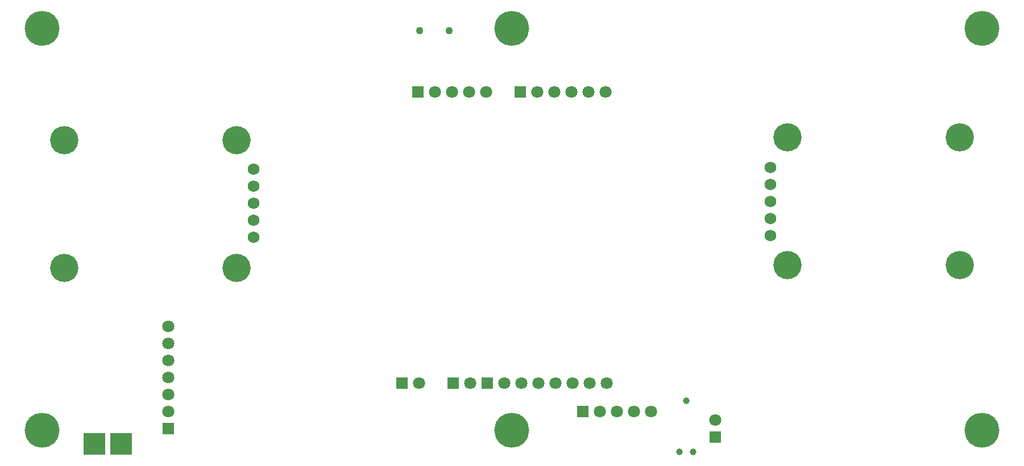
<source format=gbr>
%TF.GenerationSoftware,Altium Limited,Altium NEXUS,2.1.9 (83)*%
G04 Layer_Color=16711935*
%FSLAX44Y44*%
%MOMM*%
%TF.FileFunction,Soldermask,Bot*%
%TF.Part,Single*%
G01*
G75*
%TA.AperFunction,ComponentPad*%
%ADD49C,1.0000*%
%TA.AperFunction,SMDPad,CuDef*%
%ADD80R,3.2032X3.2032*%
%TA.AperFunction,ComponentPad*%
%ADD87C,1.8032*%
%ADD88R,1.8032X1.8032*%
%ADD89C,4.2032*%
%ADD90C,1.7272*%
%ADD91R,1.8032X1.8032*%
%TA.AperFunction,WasherPad*%
%ADD92C,5.2032*%
%TA.AperFunction,ComponentPad*%
%ADD93C,1.1032*%
D49*
X1019800Y18600D02*
D03*
X1009650Y94800D02*
D03*
X999500Y18600D02*
D03*
D80*
X168000Y30000D02*
D03*
X128000D02*
D03*
D87*
X956800Y78000D02*
D03*
X931400D02*
D03*
X906000D02*
D03*
X880600D02*
D03*
X889730Y555340D02*
D03*
X864330D02*
D03*
X838930D02*
D03*
X813530D02*
D03*
X788130D02*
D03*
X711930Y555000D02*
D03*
X686530D02*
D03*
X661130D02*
D03*
X635730D02*
D03*
X611600Y121000D02*
D03*
X738600D02*
D03*
X764000D02*
D03*
X789400D02*
D03*
X814800D02*
D03*
X840200D02*
D03*
X865600D02*
D03*
X891000D02*
D03*
X687802Y120998D02*
D03*
X238000Y78200D02*
D03*
Y103600D02*
D03*
Y129000D02*
D03*
Y154400D02*
D03*
Y179800D02*
D03*
Y205200D02*
D03*
X1053000Y65400D02*
D03*
D88*
X855200Y78000D02*
D03*
X762730Y555340D02*
D03*
X610330Y555000D02*
D03*
X586200Y121000D02*
D03*
X713200D02*
D03*
X662400D02*
D03*
D89*
X1416926Y297080D02*
D03*
Y487080D02*
D03*
X1159926D02*
D03*
Y297080D02*
D03*
X83074Y482920D02*
D03*
Y292920D02*
D03*
X340074D02*
D03*
Y482920D02*
D03*
D90*
X1134926Y340480D02*
D03*
Y365880D02*
D03*
Y391280D02*
D03*
Y416680D02*
D03*
Y442080D02*
D03*
X365074Y439520D02*
D03*
Y414120D02*
D03*
Y388720D02*
D03*
Y363320D02*
D03*
Y337920D02*
D03*
D91*
X238000Y52800D02*
D03*
X1053000Y40000D02*
D03*
D92*
X750000Y650000D02*
D03*
Y50000D02*
D03*
X1450000Y650000D02*
D03*
Y50000D02*
D03*
X50000D02*
D03*
Y650000D02*
D03*
D93*
X656797Y646400D02*
D03*
X612798D02*
D03*
%TF.MD5,02c8a53ee53136c2213e9d6e5c37023f*%
M02*

</source>
